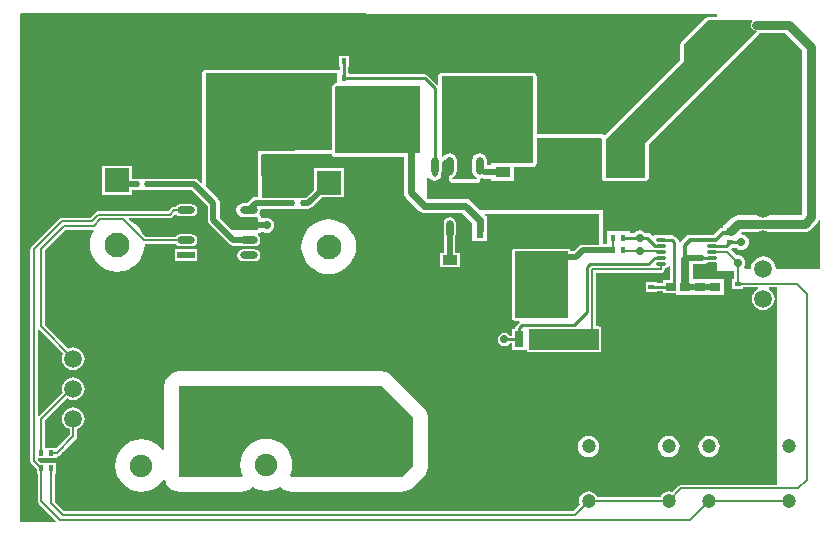
<source format=gbl>
G04*
G04 #@! TF.GenerationSoftware,Altium Limited,Altium Designer,19.0.12 (326)*
G04*
G04 Layer_Physical_Order=2*
G04 Layer_Color=16711680*
%FSLAX25Y25*%
%MOIN*%
G70*
G01*
G75*
%ADD11C,0.00787*%
%ADD12C,0.01000*%
%ADD30C,0.01968*%
%ADD31C,0.08268*%
%ADD32R,0.08268X0.08268*%
%ADD33C,0.04724*%
%ADD34C,0.07480*%
%ADD35C,0.05906*%
%ADD36R,0.05906X0.05906*%
%ADD37C,0.02362*%
%ADD38C,0.02756*%
%ADD39R,0.09000X0.05500*%
%ADD40R,0.03000X0.06500*%
%ADD41R,0.02362X0.05984*%
%ADD42O,0.02362X0.05984*%
%ADD43R,0.03740X0.01200*%
%ADD44O,0.03740X0.01200*%
%ADD45O,0.05984X0.02362*%
%ADD46R,0.05984X0.02362*%
%ADD47R,0.09449X0.10236*%
%ADD48R,0.10236X0.09449*%
%ADD49R,0.02800X0.05400*%
%ADD50R,0.05512X0.08268*%
%ADD51R,0.02165X0.01772*%
%ADD52R,0.03543X0.02756*%
%ADD53R,0.01772X0.02165*%
%ADD54R,0.05118X0.03347*%
%ADD55R,0.01575X0.01968*%
%ADD56C,0.03150*%
%ADD57C,0.01181*%
%ADD58C,0.02362*%
%ADD59C,0.02756*%
G36*
X229200Y169460D02*
Y168645D01*
X226181D01*
X225720Y168553D01*
X225330Y168292D01*
X225330Y168292D01*
X217298Y160261D01*
X217037Y159870D01*
X216945Y159409D01*
X216945Y159409D01*
Y154247D01*
X191856Y129158D01*
X191342Y129151D01*
X191239Y129220D01*
X191151Y129307D01*
X191046Y129350D01*
X190952Y129413D01*
X190830Y129437D01*
X190715Y129483D01*
X190602Y129482D01*
X190491Y129504D01*
X169004D01*
Y148800D01*
X168913Y149261D01*
X168651Y149652D01*
X168261Y149913D01*
X167800Y150004D01*
X137400D01*
X136939Y149913D01*
X136548Y149652D01*
X136287Y149261D01*
X136196Y148800D01*
Y146168D01*
X135696Y145961D01*
X132628Y149028D01*
X132202Y149313D01*
X131700Y149413D01*
X106345D01*
Y149970D01*
X106256D01*
Y151830D01*
X106616D01*
Y155570D01*
X103270D01*
Y151830D01*
X103631D01*
Y151133D01*
X103131Y150866D01*
X103061Y150913D01*
X102600Y151004D01*
X58700Y151004D01*
X58239Y150913D01*
X57848Y150652D01*
X57587Y150261D01*
X57496Y149800D01*
X57496Y113358D01*
X57034Y113166D01*
X56123Y114077D01*
X55537Y114469D01*
X54845Y114606D01*
X40945D01*
Y114670D01*
X37598D01*
Y114670D01*
X37402D01*
Y114670D01*
X34134D01*
Y118976D01*
X24291D01*
Y109134D01*
X34134D01*
Y110930D01*
X37402D01*
Y110930D01*
X37598D01*
Y110930D01*
X40945D01*
Y110994D01*
X54097D01*
X59487Y105604D01*
Y100706D01*
X59625Y100015D01*
X60016Y99429D01*
X66623Y92823D01*
X67209Y92431D01*
X67900Y92294D01*
X70449D01*
X70521Y92246D01*
X71289Y92093D01*
X74911D01*
X75679Y92246D01*
X76330Y92681D01*
X76765Y93332D01*
X76918Y94100D01*
X76765Y94868D01*
X76330Y95519D01*
X75899Y95807D01*
X75995Y96233D01*
X76042Y96313D01*
X76226Y96350D01*
X76441Y96387D01*
X76456Y96396D01*
X76473Y96399D01*
X76654Y96521D01*
X76839Y96637D01*
X76849Y96651D01*
X76863Y96660D01*
X76985Y96842D01*
X77020Y96892D01*
X77674D01*
X77709Y96865D01*
X78332Y96607D01*
X79000Y96519D01*
X79668Y96607D01*
X80291Y96865D01*
X80825Y97275D01*
X81235Y97809D01*
X81493Y98432D01*
X81581Y99100D01*
X81493Y99768D01*
X81235Y100391D01*
X80825Y100925D01*
X80291Y101335D01*
X79668Y101593D01*
X79000Y101681D01*
X78332Y101593D01*
X77824Y101383D01*
X77667Y101413D01*
X77356Y101564D01*
X77307Y101596D01*
X77303Y101618D01*
X77302Y101759D01*
X77264Y101848D01*
X77248Y101943D01*
X77173Y102062D01*
X77118Y102191D01*
X77049Y102259D01*
X76998Y102341D01*
X76883Y102422D01*
X76783Y102520D01*
X76691Y102581D01*
X76591Y103071D01*
X76765Y103332D01*
X76918Y104100D01*
X76897Y104207D01*
X77214Y104594D01*
X85855D01*
Y104530D01*
X89201D01*
Y104530D01*
X89398D01*
Y104530D01*
X92745D01*
Y104594D01*
X92900D01*
X93591Y104731D01*
X94177Y105123D01*
X97480Y108425D01*
X104646D01*
Y118268D01*
X94803D01*
Y110858D01*
X92216Y108270D01*
X89398D01*
Y108270D01*
X89201D01*
Y108270D01*
X85855D01*
Y108206D01*
X77670D01*
X77582Y108273D01*
X77309Y108706D01*
X77315Y108740D01*
X77359Y108969D01*
X77359Y108972D01*
X77359Y108975D01*
X77231Y122351D01*
X77581Y122707D01*
X100705Y122881D01*
X100744Y122855D01*
X100787Y122639D01*
X101049Y122248D01*
X101439Y121987D01*
X101900Y121896D01*
X124691Y121896D01*
Y110047D01*
X124875Y109125D01*
X125397Y108344D01*
X129840Y103901D01*
X130622Y103378D01*
X131543Y103195D01*
X144299D01*
X147591Y99902D01*
Y97440D01*
X147638Y97207D01*
Y93767D01*
X152362D01*
Y97207D01*
X152409Y97440D01*
Y100900D01*
X152362Y101133D01*
Y102113D01*
X152053D01*
X151779Y102509D01*
X151947Y102996D01*
X189896Y102996D01*
X189896Y92917D01*
X189899Y92902D01*
X189582Y92516D01*
X184309D01*
X183618Y92378D01*
X183032Y91987D01*
X181527Y90481D01*
X180303D01*
Y90500D01*
X180242Y90807D01*
X180068Y91068D01*
X179807Y91242D01*
X179500Y91303D01*
X161700D01*
X161393Y91242D01*
X161132Y91068D01*
X160958Y90807D01*
X160897Y90500D01*
Y85600D01*
Y80500D01*
Y68100D01*
X160958Y67793D01*
X161132Y67532D01*
X161393Y67358D01*
X161700Y67297D01*
X163174D01*
X163329Y66929D01*
X163341Y66797D01*
X162172Y65628D01*
X161887Y65202D01*
X161787Y64700D01*
Y64587D01*
X160913D01*
Y62336D01*
X159995D01*
X159829Y62585D01*
X159113Y63063D01*
X158268Y63231D01*
X157423Y63063D01*
X156707Y62585D01*
X156228Y61869D01*
X156060Y61024D01*
X156228Y60179D01*
X156707Y59462D01*
X157423Y58984D01*
X158268Y58816D01*
X159113Y58984D01*
X159829Y59462D01*
X159995Y59711D01*
X160913D01*
Y57613D01*
X165287D01*
Y57613D01*
X165711Y57429D01*
X165758Y57193D01*
X165932Y56932D01*
X166193Y56758D01*
X166500Y56697D01*
X189787Y56697D01*
X190095Y56758D01*
X190355Y56932D01*
X190529Y57193D01*
X190590Y57500D01*
X190590Y64587D01*
X190529Y64895D01*
X190355Y65155D01*
X190095Y65329D01*
X189787Y65390D01*
X188704D01*
Y83151D01*
X210469D01*
X210929Y83243D01*
X211320Y83504D01*
X211581Y83894D01*
X211673Y84355D01*
Y84858D01*
X211739D01*
X212280Y84965D01*
X212739Y85272D01*
X212987Y85644D01*
X213400Y85594D01*
X213487Y85561D01*
Y80731D01*
X211110D01*
Y79894D01*
X209139D01*
Y80254D01*
X205399D01*
Y76908D01*
X209139D01*
Y77268D01*
X211110D01*
Y76400D01*
X215547D01*
Y76006D01*
X218332D01*
X218500Y75984D01*
X218668Y76006D01*
X231553D01*
Y81124D01*
X221081D01*
Y86033D01*
X224304D01*
X225148Y86201D01*
X225636Y86527D01*
X225733D01*
X226246Y86425D01*
X228786D01*
X228814Y86430D01*
X229200Y86113D01*
Y84000D01*
X234796D01*
Y81345D01*
X234130D01*
Y77998D01*
X237870D01*
Y78467D01*
X242751D01*
X242851Y77967D01*
X242722Y77914D01*
X241941Y77315D01*
X241342Y76534D01*
X240965Y75624D01*
X240836Y74647D01*
X240965Y73671D01*
X241342Y72761D01*
X241941Y71980D01*
X242722Y71380D01*
X243632Y71003D01*
X244609Y70875D01*
X245585Y71003D01*
X246495Y71380D01*
X247276Y71980D01*
X247876Y72761D01*
X248253Y73671D01*
X248381Y74647D01*
X248253Y75624D01*
X247876Y76534D01*
X247276Y77315D01*
X246495Y77914D01*
X246367Y77967D01*
X246466Y78467D01*
X249071D01*
X249200Y68500D01*
Y12604D01*
X217241D01*
X216780Y12513D01*
X216389Y12252D01*
X216389Y12252D01*
X214292Y10155D01*
X213908Y10314D01*
X213086Y10422D01*
X212264Y10314D01*
X211497Y9996D01*
X210840Y9492D01*
X210335Y8834D01*
X210175Y8450D01*
X189224D01*
X189065Y8834D01*
X188560Y9492D01*
X187902Y9996D01*
X187136Y10314D01*
X186314Y10422D01*
X185492Y10314D01*
X184726Y9996D01*
X184068Y9492D01*
X183563Y8834D01*
X183246Y8067D01*
X183137Y7245D01*
X183246Y6423D01*
X183405Y6039D01*
X181145Y3779D01*
X11529D01*
X8404Y6904D01*
Y16269D01*
X8775D01*
Y19813D01*
X5625D01*
Y19813D01*
X5475D01*
Y19813D01*
X3831D01*
X2757Y20887D01*
X2892Y21387D01*
X5125D01*
X5475Y21387D01*
X5975Y21387D01*
X8775D01*
Y21605D01*
X9082Y21956D01*
X9543Y22047D01*
X9934Y22308D01*
X15460Y27835D01*
X15460Y27835D01*
X15721Y28225D01*
X15813Y28686D01*
X15813Y28686D01*
Y31098D01*
X16495Y31380D01*
X17276Y31980D01*
X17876Y32761D01*
X18252Y33671D01*
X18381Y34647D01*
X18252Y35624D01*
X17876Y36533D01*
X17276Y37315D01*
X16495Y37914D01*
X15585Y38291D01*
X14609Y38420D01*
X13632Y38291D01*
X12722Y37914D01*
X11941Y37315D01*
X11342Y36533D01*
X10965Y35624D01*
X10836Y34647D01*
X10965Y33671D01*
X11342Y32761D01*
X11941Y31980D01*
X12722Y31380D01*
X13404Y31098D01*
Y29185D01*
X9260Y25040D01*
X8775Y24931D01*
Y24931D01*
X8775Y24931D01*
X5458Y24931D01*
X5104Y25284D01*
Y34083D01*
X12541Y41520D01*
X12722Y41380D01*
X13632Y41003D01*
X14609Y40875D01*
X15585Y41003D01*
X16495Y41380D01*
X17276Y41980D01*
X17876Y42761D01*
X18252Y43671D01*
X18381Y44647D01*
X18252Y45624D01*
X17876Y46533D01*
X17276Y47315D01*
X16495Y47914D01*
X15585Y48291D01*
X14609Y48420D01*
X13632Y48291D01*
X12722Y47914D01*
X11941Y47315D01*
X11342Y46533D01*
X10965Y45624D01*
X10836Y44647D01*
X10965Y43671D01*
X11059Y43444D01*
X3161Y35546D01*
X2717Y35687D01*
X2661Y35730D01*
Y64185D01*
X3161Y64392D01*
X11247Y56306D01*
X10965Y55624D01*
X10836Y54647D01*
X10965Y53671D01*
X11342Y52761D01*
X11941Y51980D01*
X12722Y51380D01*
X13632Y51003D01*
X14609Y50875D01*
X15585Y51003D01*
X16495Y51380D01*
X17276Y51980D01*
X17876Y52761D01*
X18252Y53671D01*
X18381Y54647D01*
X18252Y55624D01*
X17876Y56533D01*
X17276Y57315D01*
X16495Y57914D01*
X15585Y58291D01*
X14609Y58420D01*
X13632Y58291D01*
X12950Y58009D01*
X5004Y65955D01*
Y90701D01*
X11899Y97596D01*
X21028D01*
X21331Y97102D01*
X20806Y96120D01*
X20289Y94413D01*
X20114Y92638D01*
X20289Y90863D01*
X20806Y89156D01*
X21647Y87583D01*
X22779Y86204D01*
X24158Y85072D01*
X25731Y84232D01*
X27437Y83714D01*
X29213Y83539D01*
X30988Y83714D01*
X32695Y84232D01*
X34268Y85072D01*
X35647Y86204D01*
X36778Y87583D01*
X37619Y89156D01*
X38137Y90863D01*
X38311Y92638D01*
X38545Y92896D01*
X48726D01*
X48870Y92681D01*
X49521Y92246D01*
X50289Y92093D01*
X53911D01*
X54679Y92246D01*
X55330Y92681D01*
X55765Y93332D01*
X55918Y94100D01*
X55765Y94868D01*
X55330Y95519D01*
X54679Y95954D01*
X53911Y96107D01*
X50289D01*
X49521Y95954D01*
X48870Y95519D01*
X48726Y95304D01*
X38640D01*
X37590Y96354D01*
X37503Y96484D01*
X37503Y96484D01*
X37334Y96654D01*
X36778Y97693D01*
X35647Y99072D01*
X34268Y100203D01*
X33229Y100759D01*
X33027Y100961D01*
X33218Y101423D01*
X46640D01*
X46640Y101423D01*
X47101Y101514D01*
X47491Y101775D01*
X48320Y102604D01*
X48870Y102681D01*
X49521Y102246D01*
X50289Y102093D01*
X53911D01*
X54679Y102246D01*
X55330Y102681D01*
X55765Y103332D01*
X55918Y104100D01*
X55765Y104868D01*
X55330Y105519D01*
X54679Y105954D01*
X53911Y106107D01*
X50289D01*
X49521Y105954D01*
X48870Y105519D01*
X48726Y105304D01*
X48113D01*
X47652Y105213D01*
X47262Y104952D01*
X47262Y104952D01*
X46141Y103831D01*
X22916D01*
X22915Y103831D01*
X22455Y103739D01*
X22064Y103478D01*
X22064Y103478D01*
X20165Y101579D01*
X10748D01*
X10287Y101487D01*
X9896Y101226D01*
X9896Y101226D01*
X605Y91935D01*
X344Y91545D01*
X252Y91084D01*
X252Y91084D01*
Y20484D01*
X252Y20484D01*
X344Y20023D01*
X605Y19633D01*
X2325Y17913D01*
Y16269D01*
X2696D01*
Y7200D01*
X2696Y7200D01*
X2787Y6739D01*
X3049Y6348D01*
X8797Y600D01*
X8590Y100D01*
X-3189D01*
X-3189Y169653D01*
X-2835Y170006D01*
X229200Y169460D01*
D02*
G37*
G36*
X130200Y145400D02*
X130200Y123100D01*
X101900Y123100D01*
X101900Y145046D01*
X102253Y145400D01*
X130200Y145400D01*
D02*
G37*
G36*
X167800Y119708D02*
X161460D01*
Y119708D01*
X161440D01*
Y119708D01*
X153960D01*
Y119061D01*
X152409D01*
Y120751D01*
X152225Y121673D01*
X151703Y122454D01*
X150922Y122976D01*
X150000Y123160D01*
X149078Y122976D01*
X148297Y122454D01*
X147775Y121673D01*
X147591Y120751D01*
Y117129D01*
X147775Y116207D01*
X148297Y115426D01*
X149078Y114904D01*
X149098Y114900D01*
X149049Y114400D01*
X140951D01*
X140902Y114900D01*
X140922Y114904D01*
X141703Y115426D01*
X142225Y116207D01*
X142409Y117129D01*
Y120751D01*
X142225Y121673D01*
X141703Y122454D01*
X140922Y122976D01*
X140000Y123160D01*
X139078Y122976D01*
X138297Y122454D01*
X137900Y121860D01*
X137400Y122012D01*
Y148800D01*
X167800D01*
Y119708D01*
D02*
G37*
G36*
X240728Y167441D02*
X240873Y167064D01*
X240898Y166941D01*
X240564Y166441D01*
X240442Y165827D01*
X240564Y165212D01*
X240912Y164691D01*
X241433Y164343D01*
X242047Y164221D01*
X242150D01*
X242342Y163759D01*
X205157Y126575D01*
X205157Y114995D01*
X191995D01*
Y127593D01*
X218150Y153748D01*
Y159409D01*
X226181Y167441D01*
X240728Y167441D01*
D02*
G37*
G36*
X257614Y157392D02*
Y102844D01*
X257156Y102386D01*
X236132D01*
X235412Y102291D01*
X234742Y102014D01*
X234166Y101572D01*
X232286Y99691D01*
X232010Y99577D01*
X231438Y99139D01*
X231136D01*
Y98747D01*
X230993Y98560D01*
X230894Y98321D01*
X230528Y98248D01*
X229942Y97857D01*
X228038Y95953D01*
X220249D01*
X219557Y95815D01*
X218971Y95424D01*
X217148Y93600D01*
X217002Y93382D01*
X216920Y93377D01*
X216484Y93506D01*
X216384Y94009D01*
X216012Y94565D01*
X215300Y95277D01*
X214744Y95649D01*
X214088Y95779D01*
X212501D01*
X212434Y95824D01*
X211739Y95962D01*
X209199D01*
X208504Y95824D01*
X207914Y95430D01*
X207676Y95407D01*
X207062Y96021D01*
X206506Y96393D01*
X205850Y96523D01*
X205257D01*
X205172Y96634D01*
X204637Y97045D01*
X204014Y97303D01*
X203346Y97390D01*
X202678Y97303D01*
X202056Y97045D01*
X201521Y96634D01*
X201436Y96523D01*
X200023D01*
Y97158D01*
X192346D01*
Y92949D01*
X192277D01*
Y92917D01*
X191100D01*
X191100Y104200D01*
X150106Y104200D01*
X147000Y107307D01*
X146218Y107829D01*
X145296Y108012D01*
X132541D01*
X132500Y108053D01*
X132500Y114814D01*
X132599Y114896D01*
X133267Y114797D01*
X133439Y114539D01*
X134155Y114060D01*
X135000Y113892D01*
X135845Y114060D01*
X136561Y114539D01*
X137040Y115255D01*
X137208Y116100D01*
Y116181D01*
X137225Y116207D01*
X137408Y117129D01*
Y120250D01*
X137455Y120327D01*
X137796Y120638D01*
X137908Y120673D01*
X138018Y120662D01*
X138075Y120679D01*
X138135D01*
X138298Y120747D01*
X138468Y120798D01*
X138514Y120836D01*
X138569Y120859D01*
X138694Y120984D01*
X138831Y121096D01*
X138859Y121149D01*
X138901Y121191D01*
X139165Y121586D01*
X139548Y121842D01*
X140000Y121932D01*
X140452Y121842D01*
X140835Y121586D01*
X141091Y121203D01*
X141204Y120633D01*
Y117248D01*
X141091Y116677D01*
X140835Y116294D01*
X140341Y115964D01*
X140334Y115962D01*
X140318Y115949D01*
X140270Y115917D01*
X140233Y115901D01*
X140108Y115776D01*
X139971Y115664D01*
X139943Y115611D01*
X139900Y115569D01*
X139833Y115405D01*
X139749Y115250D01*
X139743Y115190D01*
X139720Y115135D01*
X139720Y114958D01*
X139703Y114782D01*
X139752Y114282D01*
X139804Y114113D01*
X139838Y113939D01*
X139872Y113890D01*
X139889Y113832D01*
X140001Y113696D01*
X140099Y113549D01*
X140149Y113515D01*
X140187Y113469D01*
X140343Y113386D01*
X140490Y113287D01*
X140549Y113276D01*
X140601Y113248D01*
X140777Y113230D01*
X140951Y113196D01*
X149049D01*
X149223Y113230D01*
X149399Y113248D01*
X149451Y113276D01*
X149510Y113287D01*
X149657Y113386D01*
X149813Y113469D01*
X149851Y113515D01*
X149901Y113549D01*
X149999Y113696D01*
X150111Y113832D01*
X150128Y113890D01*
X150162Y113939D01*
X150196Y114113D01*
X150248Y114282D01*
X150258Y114391D01*
X150282Y114433D01*
X150786Y114757D01*
X151347Y114646D01*
X153960D01*
Y113999D01*
X161440D01*
Y118029D01*
X161460Y118504D01*
X167800D01*
X168261Y118595D01*
X168651Y118856D01*
X168913Y119247D01*
X169004Y119708D01*
Y128300D01*
X190491D01*
X190831Y127800D01*
X190790Y127593D01*
X190790Y127593D01*
Y114995D01*
X190882Y114534D01*
X191143Y114143D01*
X191534Y113882D01*
X191995Y113790D01*
X205157D01*
X205618Y113882D01*
X206009Y114143D01*
X206270Y114534D01*
X206362Y114995D01*
X206362Y126076D01*
X243193Y162908D01*
X243286Y163047D01*
X251959D01*
X257614Y157392D01*
D02*
G37*
G36*
X102600Y149800D02*
X102600Y146951D01*
X102254Y146605D01*
X102253Y146604D01*
X101793Y146513D01*
X101402Y146252D01*
X101048Y145898D01*
X100787Y145507D01*
X100696Y145046D01*
X100696Y145046D01*
X100696Y124086D01*
X76012Y123900D01*
X76155Y108963D01*
X75803Y108608D01*
X75400D01*
X74555Y108440D01*
X73839Y107961D01*
X72386Y106509D01*
X71289D01*
X70367Y106325D01*
X69586Y105803D01*
X69064Y105022D01*
X68880Y104100D01*
X69064Y103178D01*
X69586Y102397D01*
X70367Y101875D01*
X71289Y101691D01*
X74911D01*
X75631Y101835D01*
X76123Y101513D01*
X76012Y97512D01*
X67611D01*
X63501Y101621D01*
Y106352D01*
X63333Y107197D01*
X62855Y107913D01*
X58700Y112068D01*
X58700Y149800D01*
X102600Y149800D01*
D02*
G37*
G36*
X263583Y100971D02*
Y84600D01*
X248820D01*
X248778Y84647D01*
X248636Y85726D01*
X248220Y86732D01*
X247557Y87595D01*
X246693Y88258D01*
X245688Y88675D01*
X244609Y88817D01*
X243530Y88675D01*
X242524Y88258D01*
X241660Y87595D01*
X240998Y86732D01*
X240581Y85726D01*
X240439Y84647D01*
X240398Y84600D01*
X238374D01*
X238127Y85100D01*
X238235Y85241D01*
X238493Y85864D01*
X238581Y86532D01*
X238493Y87200D01*
X238235Y87822D01*
X237825Y88357D01*
X237291Y88767D01*
X236668Y89025D01*
X236000Y89113D01*
X235726Y89077D01*
X233841Y90961D01*
X234048Y91461D01*
X235653D01*
X235909Y91265D01*
X236532Y91007D01*
X237200Y90919D01*
X237868Y91007D01*
X238491Y91265D01*
X239025Y91675D01*
X239435Y92209D01*
X239693Y92832D01*
X239781Y93500D01*
X239693Y94168D01*
X239435Y94791D01*
X239025Y95325D01*
X238491Y95735D01*
X237868Y95993D01*
X237384Y96057D01*
X237172Y96536D01*
X237403Y96827D01*
X258307D01*
X259027Y96921D01*
X259697Y97199D01*
X260273Y97641D01*
X262359Y99727D01*
X262801Y100303D01*
X263079Y100973D01*
X263083Y101004D01*
X263583Y100971D01*
D02*
G37*
G36*
X179500Y80500D02*
Y68100D01*
X161700D01*
Y80500D01*
Y90500D01*
X179500D01*
Y80500D01*
D02*
G37*
G36*
X189787Y57500D02*
X166500Y57500D01*
Y64587D01*
X181400D01*
X181400Y64587D01*
X189787D01*
X189787Y57500D01*
D02*
G37*
%LPC*%
G36*
X55879Y91069D02*
X48320D01*
Y87132D01*
X55879D01*
Y91069D01*
D02*
G37*
G36*
X74911Y91107D02*
X71289D01*
X70521Y90954D01*
X69870Y90519D01*
X69435Y89868D01*
X69282Y89100D01*
X69435Y88332D01*
X69870Y87681D01*
X70521Y87246D01*
X71289Y87093D01*
X74911D01*
X75679Y87246D01*
X76330Y87681D01*
X76765Y88332D01*
X76918Y89100D01*
X76765Y89868D01*
X76330Y90519D01*
X75679Y90954D01*
X74911Y91107D01*
D02*
G37*
G36*
X140000Y101758D02*
X139232Y101605D01*
X138581Y101170D01*
X138146Y100519D01*
X137993Y99751D01*
Y96129D01*
X138146Y95361D01*
X138187Y95299D01*
Y89961D01*
X136647D01*
Y85039D01*
X143340D01*
Y89961D01*
X141800D01*
Y95280D01*
X141854Y95361D01*
X142007Y96129D01*
Y99751D01*
X141854Y100519D01*
X141419Y101170D01*
X140768Y101605D01*
X140000Y101758D01*
D02*
G37*
G36*
X99724Y101028D02*
X97949Y100853D01*
X96242Y100336D01*
X94669Y99495D01*
X93291Y98363D01*
X92159Y96984D01*
X91318Y95411D01*
X90800Y93704D01*
X90626Y91929D01*
X90800Y90154D01*
X91318Y88447D01*
X92159Y86874D01*
X93291Y85495D01*
X94669Y84364D01*
X96242Y83523D01*
X97949Y83005D01*
X99724Y82830D01*
X101499Y83005D01*
X103206Y83523D01*
X104780Y84364D01*
X106158Y85495D01*
X107290Y86874D01*
X108131Y88447D01*
X108649Y90154D01*
X108823Y91929D01*
X108649Y93704D01*
X108131Y95411D01*
X107290Y96984D01*
X106158Y98363D01*
X104780Y99495D01*
X103206Y100336D01*
X101499Y100853D01*
X99724Y101028D01*
D02*
G37*
G36*
X117300Y50464D02*
X49900Y50464D01*
X48615Y50295D01*
X47418Y49799D01*
X46390Y49010D01*
X45601Y47982D01*
X45105Y46785D01*
X44936Y45500D01*
X44936Y24109D01*
X44436Y23958D01*
X43454Y25154D01*
X42135Y26237D01*
X40631Y27041D01*
X38998Y27536D01*
X37300Y27703D01*
X35602Y27536D01*
X33969Y27041D01*
X32465Y26237D01*
X31146Y25154D01*
X30064Y23835D01*
X29259Y22331D01*
X28764Y20698D01*
X28597Y19000D01*
X28764Y17302D01*
X29259Y15669D01*
X30064Y14165D01*
X31146Y12846D01*
X32465Y11763D01*
X33969Y10959D01*
X35602Y10464D01*
X37300Y10297D01*
X38998Y10464D01*
X40631Y10959D01*
X42135Y11763D01*
X43454Y12846D01*
X44537Y14165D01*
X44573Y14232D01*
X45089Y14138D01*
X45105Y14017D01*
X45105Y14017D01*
X45105Y14017D01*
X45354Y13417D01*
X45601Y12820D01*
X45601Y12820D01*
X45601Y12820D01*
X45970Y12338D01*
X46390Y11792D01*
X46390Y11792D01*
X46390Y11792D01*
X46936Y11373D01*
X47418Y11003D01*
X47418Y11003D01*
X47418Y11003D01*
X48015Y10756D01*
X48615Y10507D01*
X48615Y10507D01*
X48615Y10507D01*
X49234Y10425D01*
X49900Y10338D01*
X56888Y10337D01*
X57300Y10297D01*
X57712Y10337D01*
X70730Y10336D01*
X71333Y10416D01*
X71937Y10485D01*
X71974Y10500D01*
X72015Y10505D01*
X72576Y10738D01*
X73142Y10961D01*
X73175Y10986D01*
X73212Y11001D01*
X73694Y11371D01*
X74182Y11733D01*
X74208Y11765D01*
X74240Y11790D01*
X74338Y11917D01*
X75569Y11259D01*
X77202Y10764D01*
X78900Y10597D01*
X80598Y10764D01*
X82231Y11259D01*
X83461Y11917D01*
X83559Y11789D01*
X83591Y11764D01*
X83617Y11732D01*
X84105Y11370D01*
X84587Y11000D01*
X84624Y10985D01*
X84657Y10960D01*
X85222Y10737D01*
X85784Y10504D01*
X85824Y10499D01*
X85862Y10484D01*
X86466Y10414D01*
X87068Y10335D01*
X124128Y10333D01*
X124660Y10402D01*
X125194Y10448D01*
X125301Y10487D01*
X125413Y10502D01*
X125909Y10707D01*
X126413Y10889D01*
X126506Y10954D01*
X126611Y10997D01*
X127036Y11324D01*
X127476Y11631D01*
X131047Y14891D01*
X131120Y14978D01*
X131210Y15047D01*
X131536Y15472D01*
X131881Y15882D01*
X131930Y15985D01*
X131999Y16075D01*
X132204Y16570D01*
X132431Y17055D01*
X132451Y17167D01*
X132495Y17272D01*
X132565Y17803D01*
X132659Y18331D01*
X132649Y18444D01*
X132664Y18557D01*
Y35100D01*
X132664Y35100D01*
X132495Y36385D01*
X131999Y37582D01*
X131210Y38610D01*
X131210Y38610D01*
X120810Y49010D01*
X120810Y49010D01*
X119782Y49799D01*
X118585Y50295D01*
X117300Y50464D01*
D02*
G37*
G36*
X213086Y28929D02*
X212161Y28808D01*
X211299Y28451D01*
X210559Y27883D01*
X209991Y27142D01*
X209634Y26281D01*
X209512Y25355D01*
X209634Y24430D01*
X209991Y23569D01*
X210559Y22828D01*
X211299Y22260D01*
X212161Y21903D01*
X213086Y21782D01*
X214011Y21903D01*
X214873Y22260D01*
X215613Y22828D01*
X216181Y23569D01*
X216538Y24430D01*
X216660Y25355D01*
X216538Y26281D01*
X216181Y27142D01*
X215613Y27883D01*
X214873Y28451D01*
X214011Y28808D01*
X213086Y28929D01*
D02*
G37*
G36*
X186314D02*
X185389Y28808D01*
X184527Y28451D01*
X183787Y27883D01*
X183219Y27142D01*
X182862Y26281D01*
X182740Y25355D01*
X182862Y24430D01*
X183219Y23569D01*
X183787Y22828D01*
X184527Y22260D01*
X185389Y21903D01*
X186314Y21782D01*
X187239Y21903D01*
X188101Y22260D01*
X188841Y22828D01*
X189409Y23569D01*
X189766Y24430D01*
X189888Y25355D01*
X189766Y26281D01*
X189409Y27142D01*
X188841Y27883D01*
X188101Y28451D01*
X187239Y28808D01*
X186314Y28929D01*
D02*
G37*
G36*
X226514Y28929D02*
X225589Y28807D01*
X224727Y28450D01*
X223987Y27882D01*
X223419Y27142D01*
X223062Y26280D01*
X222940Y25355D01*
X223062Y24430D01*
X223419Y23568D01*
X223987Y22828D01*
X224727Y22260D01*
X225589Y21903D01*
X226514Y21781D01*
X227439Y21903D01*
X228301Y22260D01*
X229041Y22828D01*
X229609Y23568D01*
X229966Y24430D01*
X230088Y25355D01*
X229966Y26280D01*
X229609Y27142D01*
X229041Y27882D01*
X228301Y28450D01*
X227439Y28807D01*
X226514Y28929D01*
D02*
G37*
%LPD*%
G36*
X127700Y35100D02*
Y18557D01*
X124129Y15296D01*
X87069Y15299D01*
X86812Y15728D01*
X86941Y15969D01*
X87436Y17602D01*
X87603Y19300D01*
X87436Y20998D01*
X86941Y22631D01*
X86137Y24135D01*
X85054Y25454D01*
X83735Y26537D01*
X82231Y27341D01*
X80598Y27836D01*
X78900Y28003D01*
X77202Y27836D01*
X75569Y27341D01*
X74065Y26537D01*
X72746Y25454D01*
X71663Y24135D01*
X70859Y22631D01*
X70364Y20998D01*
X70197Y19300D01*
X70364Y17602D01*
X70859Y15969D01*
X70988Y15729D01*
X70731Y15300D01*
X49900Y15302D01*
X49900Y45500D01*
X117300Y45500D01*
X127700Y35100D01*
D02*
G37*
D11*
X232908Y96579D02*
X233400Y97072D01*
X233597D01*
X218425Y87575D02*
X218500Y87500D01*
X197887Y90397D02*
X210281D01*
X210469Y90209D01*
X197887Y90397D02*
Y90685D01*
X194073Y90709D02*
X194413Y91049D01*
Y94894D01*
X187500Y84355D02*
X210469D01*
X187500Y61100D02*
Y84355D01*
X210469D02*
Y86272D01*
X232322Y90209D02*
X236000Y86532D01*
Y79672D02*
Y86532D01*
X1457Y20484D02*
X3900Y18041D01*
X1457Y20484D02*
Y91084D01*
X10748Y100375D01*
X3900Y34582D02*
X13965Y44647D01*
X3900Y23159D02*
Y34582D01*
X11031Y2575D02*
X181644D01*
X7200Y6405D02*
X11031Y2575D01*
X7200Y6405D02*
Y18041D01*
X3900Y7200D02*
X10100Y1000D01*
X3900Y7200D02*
Y18041D01*
X181644Y2575D02*
X186314Y7245D01*
X220269Y1000D02*
X226514Y7245D01*
X10100Y1000D02*
X220269D01*
X255728Y79672D02*
X259100Y76300D01*
Y14300D02*
Y76300D01*
X256200Y11400D02*
X259100Y14300D01*
X14609Y28686D02*
Y34647D01*
X9082Y23160D02*
X14609Y28686D01*
X13965Y44647D02*
X14609D01*
X3800Y91200D02*
X11400Y98800D01*
X3800Y65456D02*
Y91200D01*
Y65456D02*
X14609Y54647D01*
X217241Y11400D02*
X256200D01*
X213086Y7245D02*
X217241Y11400D01*
X186314Y7245D02*
X213086D01*
X236000Y79672D02*
X255728D01*
X227516Y90209D02*
X232322D01*
X226514Y7245D02*
X253286D01*
X48113Y104100D02*
X52100D01*
X46640Y102627D02*
X48113Y104100D01*
X22915Y102627D02*
X46640D01*
X23568Y101052D02*
X31232D01*
X36652Y95589D02*
X38141Y94100D01*
X36652Y95589D02*
Y95632D01*
X31232Y101052D02*
X36652Y95632D01*
X38141Y94100D02*
X52100D01*
X20663Y100375D02*
X22915Y102627D01*
X10748Y100375D02*
X20663D01*
X21316Y98800D02*
X23568Y101052D01*
X11400Y98800D02*
X21316D01*
X7159Y23160D02*
X9082D01*
D12*
X227516Y92178D02*
X232049D01*
X197956Y94809D02*
X205850D01*
X206144Y86036D02*
X208338Y88230D01*
X186804Y86036D02*
X206144D01*
X205850Y94809D02*
X208481Y92178D01*
X210469D01*
X208338Y88230D02*
X210458D01*
X185819Y85051D02*
X186804Y86036D01*
X185819Y70319D02*
Y85051D01*
X210458Y88230D02*
X210469Y88241D01*
X158268Y61024D02*
X163024D01*
X163100Y61100D01*
X135000Y118200D02*
Y144800D01*
X131700Y148100D02*
X135000Y144800D01*
X104672Y148100D02*
X131700D01*
X104672D02*
X104943Y148372D01*
Y153700D01*
X181400Y65900D02*
X185819Y70319D01*
X164300Y65900D02*
X181400D01*
X163100Y64700D02*
X164300Y65900D01*
X163100Y61100D02*
Y64700D01*
X237172Y93528D02*
X237200Y93500D01*
X233400Y93528D02*
X237172D01*
X224304Y88241D02*
X227516D01*
X214088Y94065D02*
X214800Y93353D01*
Y79697D02*
Y93353D01*
X213669Y78565D02*
X214800Y79697D01*
X14609Y94647D02*
X16847D01*
X232049Y92178D02*
X233400Y93528D01*
X150000Y118200D02*
X151347Y116853D01*
X240772Y68694D02*
X243218D01*
X210550Y94065D02*
X214088D01*
X213653Y78581D02*
X213669Y78565D01*
X207269Y78581D02*
X213653D01*
X210469Y94146D02*
X210550Y94065D01*
D30*
X218500Y87500D02*
X219241Y88241D01*
X184309Y90709D02*
X194073D01*
X73100Y99100D02*
X79000D01*
X182275Y88675D02*
X184309Y90709D01*
X175600Y88675D02*
X182275D01*
X219241Y88241D02*
X224304D01*
X223500Y78565D02*
X228600D01*
X218500D02*
X223500D01*
X151347Y116853D02*
X157700D01*
X135000Y116100D02*
Y118200D01*
X139994Y87500D02*
Y98594D01*
X92900Y106400D02*
X98400Y111900D01*
X91072Y106400D02*
X92900D01*
X73100Y104100D02*
X75400Y106400D01*
X87528D01*
X27900Y112800D02*
X35728D01*
X27400Y114009D02*
X27900Y113509D01*
X61294Y100706D02*
Y106352D01*
X54845Y112800D02*
X61294Y106352D01*
X39272Y112800D02*
X54845D01*
X61294Y100706D02*
X67900Y94100D01*
X73100D01*
D31*
X29213Y71220D02*
D03*
Y92638D02*
D03*
X99724Y70512D02*
D03*
Y91929D02*
D03*
D32*
X29213Y114055D02*
D03*
X99724Y113347D02*
D03*
D33*
X213086Y7245D02*
D03*
Y25355D02*
D03*
X186314D02*
D03*
Y7245D02*
D03*
X253286Y7245D02*
D03*
Y25355D02*
D03*
X226514D02*
D03*
Y7245D02*
D03*
D34*
X142700Y19300D02*
D03*
X122700D02*
D03*
X57300Y19000D02*
D03*
X37300D02*
D03*
X98900Y19300D02*
D03*
X78900D02*
D03*
D35*
X244609Y34647D02*
D03*
Y44647D02*
D03*
Y54647D02*
D03*
Y64647D02*
D03*
Y74647D02*
D03*
Y84647D02*
D03*
Y94647D02*
D03*
Y104647D02*
D03*
Y114647D02*
D03*
Y124647D02*
D03*
Y134647D02*
D03*
X14609Y34647D02*
D03*
Y44647D02*
D03*
Y54647D02*
D03*
Y64647D02*
D03*
Y74647D02*
D03*
Y84647D02*
D03*
Y94647D02*
D03*
Y104647D02*
D03*
Y114647D02*
D03*
Y124647D02*
D03*
Y134647D02*
D03*
D36*
X244609Y144647D02*
D03*
X14609D02*
D03*
D37*
X194987Y81411D02*
D03*
X204829Y61726D02*
D03*
X185144Y140466D02*
D03*
Y101096D02*
D03*
X155617Y81411D02*
D03*
Y42041D02*
D03*
X145774Y61726D02*
D03*
X135932Y42041D02*
D03*
X126089Y101096D02*
D03*
X116246Y81411D02*
D03*
X96561Y120781D02*
D03*
X47349Y140466D02*
D03*
X37506Y120781D02*
D03*
X27664Y140466D02*
D03*
X17821Y120781D02*
D03*
X7979Y140466D02*
D03*
X-1864Y120781D02*
D03*
X7979Y101096D02*
D03*
X-1864Y81411D02*
D03*
Y42041D02*
D03*
Y2671D02*
D03*
X149711Y164088D02*
D03*
X-1863Y152278D02*
D03*
X100499Y120781D02*
D03*
X6011Y136529D02*
D03*
X7979Y140466D02*
D03*
X126089Y69600D02*
D03*
X185144Y132592D02*
D03*
X35538Y164088D02*
D03*
X11916Y14482D02*
D03*
X41444Y160152D02*
D03*
X63097Y6608D02*
D03*
Y93222D02*
D03*
X74908Y6608D02*
D03*
X86719D02*
D03*
X149711Y85348D02*
D03*
X139869Y42041D02*
D03*
X15853Y164088D02*
D03*
X155617Y160152D02*
D03*
X173334Y132592D02*
D03*
X226483Y57789D02*
D03*
X141837Y69600D02*
D03*
X131995Y97159D02*
D03*
X200893Y69600D02*
D03*
X234357Y18419D02*
D03*
X49318Y152278D02*
D03*
X159554Y81411D02*
D03*
X133963Y156214D02*
D03*
X137900Y61726D02*
D03*
X139869Y73537D02*
D03*
X147743Y34167D02*
D03*
X21759Y160152D02*
D03*
X167428Y42041D02*
D03*
X137900Y38104D02*
D03*
X171365Y144404D02*
D03*
X185144Y156214D02*
D03*
X194987Y73537D02*
D03*
X112310Y89285D02*
D03*
X135932Y42041D02*
D03*
X139869Y57789D02*
D03*
X177270Y132592D02*
D03*
X139869Y49915D02*
D03*
X6011Y42041D02*
D03*
X112310Y112907D02*
D03*
X15853Y6608D02*
D03*
X86719Y164088D02*
D03*
X13885Y89285D02*
D03*
X151680D02*
D03*
X-1863Y112907D02*
D03*
X21759Y105033D02*
D03*
X210735Y18419D02*
D03*
X9948Y81411D02*
D03*
X59160Y164088D02*
D03*
X9948Y10545D02*
D03*
X53255Y136529D02*
D03*
X94593Y164088D02*
D03*
X159554Y34167D02*
D03*
X191050Y136529D02*
D03*
X171365D02*
D03*
X105Y14482D02*
D03*
Y156214D02*
D03*
Y132592D02*
D03*
X133963Y30230D02*
D03*
X15853Y22356D02*
D03*
X208767Y148340D02*
D03*
X67034Y156214D02*
D03*
X70971Y6608D02*
D03*
X23727Y140466D02*
D03*
X7979Y101096D02*
D03*
X181208Y132592D02*
D03*
X6011Y128655D02*
D03*
X169396Y45978D02*
D03*
X61129Y160152D02*
D03*
X196956Y14482D02*
D03*
X55223Y6608D02*
D03*
X206798Y65663D02*
D03*
X2074Y105033D02*
D03*
X59160Y6608D02*
D03*
X118215Y69600D02*
D03*
X110341Y116844D02*
D03*
X137900Y22356D02*
D03*
X7979Y164088D02*
D03*
X17822Y128655D02*
D03*
X27664Y77474D02*
D03*
X100499Y105033D02*
D03*
X175302Y160152D02*
D03*
X63097Y164088D02*
D03*
X96562Y152278D02*
D03*
X21759Y120781D02*
D03*
X153648Y53852D02*
D03*
X173334Y156214D02*
D03*
X25696Y128655D02*
D03*
X114278Y69600D02*
D03*
X204830Y156214D02*
D03*
X191050Y160152D02*
D03*
X145774Y38104D02*
D03*
X23727Y6608D02*
D03*
X145774Y45978D02*
D03*
X25696Y152278D02*
D03*
X200893Y77474D02*
D03*
X206798Y57789D02*
D03*
X185144Y164088D02*
D03*
X208767Y61726D02*
D03*
X92625Y152278D02*
D03*
X204830Y148340D02*
D03*
X194987Y160152D02*
D03*
X147743Y152278D02*
D03*
X131995Y73537D02*
D03*
X39475Y164088D02*
D03*
X157585Y77474D02*
D03*
X-1863Y2671D02*
D03*
X161522Y38104D02*
D03*
X139869Y26293D02*
D03*
X155617Y34167D02*
D03*
X200893Y14482D02*
D03*
X108373Y73537D02*
D03*
X17822Y152278D02*
D03*
X88688D02*
D03*
X143806Y65663D02*
D03*
X76877Y160152D02*
D03*
X179239D02*
D03*
X193018Y132592D02*
D03*
X214672Y57789D02*
D03*
X171365Y160152D02*
D03*
X2074Y120781D02*
D03*
X143806Y42041D02*
D03*
X149711Y53852D02*
D03*
X51286Y6608D02*
D03*
X175302Y49915D02*
D03*
X4042Y45978D02*
D03*
X31601Y148340D02*
D03*
X92625Y120781D02*
D03*
X244200Y69600D02*
D03*
X2074Y152278D02*
D03*
X165460Y45978D02*
D03*
X240263Y38104D02*
D03*
X39475Y116844D02*
D03*
X151680Y160152D02*
D03*
X112310Y81411D02*
D03*
X9948Y65663D02*
D03*
X222546Y18419D02*
D03*
X19790Y164088D02*
D03*
X106404D02*
D03*
X191050Y81411D02*
D03*
X179239Y136529D02*
D03*
X19790Y140466D02*
D03*
X212704Y164088D02*
D03*
X31601D02*
D03*
Y140466D02*
D03*
X33570Y120781D02*
D03*
X137900Y45978D02*
D03*
X169396Y164088D02*
D03*
X183176Y10545D02*
D03*
X194987Y57789D02*
D03*
X135932Y26293D02*
D03*
X53255Y144404D02*
D03*
X165460Y164088D02*
D03*
X27664Y132592D02*
D03*
X196956Y156214D02*
D03*
X4042Y140466D02*
D03*
X159554Y160152D02*
D03*
X47349Y108970D02*
D03*
X61129Y81411D02*
D03*
X105Y108970D02*
D03*
X55223Y156214D02*
D03*
X122152Y101096D02*
D03*
X45381Y152278D02*
D03*
X173334Y53852D02*
D03*
X33570Y152278D02*
D03*
X47349Y140466D02*
D03*
X105Y148340D02*
D03*
X39475Y132592D02*
D03*
X2074Y112907D02*
D03*
X104436Y160152D02*
D03*
X35538Y6608D02*
D03*
X153648Y85348D02*
D03*
X189082Y132592D02*
D03*
X194987Y65663D02*
D03*
X222546Y57789D02*
D03*
X21759Y136529D02*
D03*
X226483Y18419D02*
D03*
X19790Y108970D02*
D03*
X-1863Y49915D02*
D03*
X63097Y77474D02*
D03*
X141837Y61726D02*
D03*
X147743Y42041D02*
D03*
X149711Y69600D02*
D03*
X41444Y152278D02*
D03*
X183176Y136529D02*
D03*
X106404Y77474D02*
D03*
X27664Y164088D02*
D03*
X210735Y57789D02*
D03*
Y160152D02*
D03*
X198924Y81411D02*
D03*
X143806Y152278D02*
D03*
X161522Y164088D02*
D03*
X7979Y148340D02*
D03*
X102467Y6608D02*
D03*
X67034D02*
D03*
X35538Y148340D02*
D03*
X130026Y77474D02*
D03*
X47349Y124718D02*
D03*
X193018Y77474D02*
D03*
X37507Y160152D02*
D03*
X102467Y164088D02*
D03*
X80814Y120781D02*
D03*
X151680Y81411D02*
D03*
X-1863Y34167D02*
D03*
X4042Y164088D02*
D03*
X187113Y136529D02*
D03*
X112310Y73537D02*
D03*
X55223Y148340D02*
D03*
X43412Y124718D02*
D03*
X63097Y85348D02*
D03*
X212704Y14482D02*
D03*
Y156214D02*
D03*
X96562Y120781D02*
D03*
X139869Y152278D02*
D03*
X37507Y128655D02*
D03*
X118215Y101096D02*
D03*
X15853Y69600D02*
D03*
X141837Y45978D02*
D03*
X143806Y57789D02*
D03*
X74908Y164088D02*
D03*
X37507Y152278D02*
D03*
X57192Y97159D02*
D03*
X41444Y120781D02*
D03*
X7979Y85348D02*
D03*
X177270Y164088D02*
D03*
X7979Y124718D02*
D03*
X4042Y148340D02*
D03*
X153648Y30230D02*
D03*
X177270Y156214D02*
D03*
X163491Y49915D02*
D03*
X39475Y124718D02*
D03*
X126089Y164088D02*
D03*
X29633Y120781D02*
D03*
X145774Y164088D02*
D03*
X9948Y89285D02*
D03*
X128058Y81411D02*
D03*
X131995D02*
D03*
X153648Y38104D02*
D03*
X206798Y10545D02*
D03*
X17822Y26293D02*
D03*
X51286Y140466D02*
D03*
X94593Y6608D02*
D03*
X143806Y34167D02*
D03*
X90656Y116844D02*
D03*
X88688Y160152D02*
D03*
X167428D02*
D03*
X232389Y14482D02*
D03*
X35538Y132592D02*
D03*
X169396Y156214D02*
D03*
X27664D02*
D03*
X116247Y73537D02*
D03*
X130026Y93222D02*
D03*
X167428Y49915D02*
D03*
X202861Y10545D02*
D03*
X43412Y132592D02*
D03*
X155617Y42041D02*
D03*
X6011Y160152D02*
D03*
X196956Y77474D02*
D03*
X9948Y152278D02*
D03*
X31601Y6608D02*
D03*
X131995Y160152D02*
D03*
X194987Y18419D02*
D03*
X124121Y73537D02*
D03*
X157585Y38104D02*
D03*
X33570Y128655D02*
D03*
X82782Y116844D02*
D03*
X126089Y77474D02*
D03*
X155617Y89285D02*
D03*
X193018Y156214D02*
D03*
X116247Y81411D02*
D03*
X17822Y49915D02*
D03*
X183176Y160152D02*
D03*
X187113Y152278D02*
D03*
X151680Y65663D02*
D03*
X124121Y81411D02*
D03*
X51286Y132592D02*
D03*
X161522Y156214D02*
D03*
X153648Y45978D02*
D03*
X43412Y164088D02*
D03*
X133963Y45978D02*
D03*
X206798Y18419D02*
D03*
X47349Y156214D02*
D03*
X9948Y128655D02*
D03*
X13885Y10545D02*
D03*
X193018Y14482D02*
D03*
X19790Y6608D02*
D03*
X29633Y144404D02*
D03*
X-1863Y18419D02*
D03*
X137900Y69600D02*
D03*
X135932Y73537D02*
D03*
X21759Y65663D02*
D03*
X110341Y101096D02*
D03*
X122152Y69600D02*
D03*
X-1863Y89285D02*
D03*
X145774Y30230D02*
D03*
X159554Y73537D02*
D03*
X114278Y101096D02*
D03*
X118215Y77474D02*
D03*
X19790Y61726D02*
D03*
X141837Y164088D02*
D03*
X153648Y77474D02*
D03*
X157585Y156214D02*
D03*
X51286Y116844D02*
D03*
X2074Y2671D02*
D03*
X31601Y124718D02*
D03*
X29633Y136529D02*
D03*
X120184Y81411D02*
D03*
X133963Y93222D02*
D03*
X187113Y18419D02*
D03*
X7979Y77474D02*
D03*
X15853Y14482D02*
D03*
X165460Y53852D02*
D03*
X157585D02*
D03*
X7979Y108970D02*
D03*
X151680Y152278D02*
D03*
X51286Y148340D02*
D03*
X187113Y97159D02*
D03*
X23727Y148340D02*
D03*
X6011Y112907D02*
D03*
X67034Y164088D02*
D03*
X110341Y69600D02*
D03*
X149711Y77474D02*
D03*
X189082Y148340D02*
D03*
X21759Y112907D02*
D03*
X94593Y156214D02*
D03*
X196956Y69600D02*
D03*
X244200Y14482D02*
D03*
X84751Y152278D02*
D03*
X163491D02*
D03*
X145774Y77474D02*
D03*
X200893Y156214D02*
D03*
X90656D02*
D03*
X169396Y53852D02*
D03*
X43412Y156214D02*
D03*
X90656Y6608D02*
D03*
X198924Y73537D02*
D03*
X206798Y152278D02*
D03*
X55223Y116844D02*
D03*
X246168Y49915D02*
D03*
X13885Y152278D02*
D03*
X78845Y6608D02*
D03*
X6011Y105033D02*
D03*
X19790Y156214D02*
D03*
X214672Y18419D02*
D03*
X2074Y160152D02*
D03*
X6011Y120781D02*
D03*
X137900Y164088D02*
D03*
X141837Y38104D02*
D03*
X53255Y120781D02*
D03*
X137900Y156214D02*
D03*
X19790Y124718D02*
D03*
X159554Y65663D02*
D03*
X29633Y152278D02*
D03*
X96562Y105033D02*
D03*
X11916Y108970D02*
D03*
X137900Y53852D02*
D03*
X135932Y65663D02*
D03*
X177270Y101096D02*
D03*
X126089D02*
D03*
X145774Y85348D02*
D03*
X202861Y65663D02*
D03*
X13885Y160152D02*
D03*
X57192D02*
D03*
X151680Y42041D02*
D03*
X4042Y132592D02*
D03*
X84751Y120781D02*
D03*
X108373Y81411D02*
D03*
X9948Y112907D02*
D03*
X240263Y69600D02*
D03*
X130026D02*
D03*
X39475Y6608D02*
D03*
X120184Y73537D02*
D03*
X100499Y160152D02*
D03*
X27664Y140466D02*
D03*
X43412Y6608D02*
D03*
X9948Y73537D02*
D03*
X114278Y77474D02*
D03*
X9948Y105033D02*
D03*
X47349Y148340D02*
D03*
X133963Y38104D02*
D03*
X135932Y152278D02*
D03*
Y160152D02*
D03*
X159554Y152278D02*
D03*
X33570Y160152D02*
D03*
X202861Y73537D02*
D03*
X82782Y156214D02*
D03*
X202861Y81411D02*
D03*
X208767Y156214D02*
D03*
X106404Y116844D02*
D03*
X31601Y132592D02*
D03*
X161522Y53852D02*
D03*
X-1863Y120781D02*
D03*
X218609Y18419D02*
D03*
X191050D02*
D03*
X-1863Y136529D02*
D03*
Y105033D02*
D03*
X49318Y136529D02*
D03*
X114278Y6608D02*
D03*
X149711Y30230D02*
D03*
X242231Y49915D02*
D03*
X189082Y164088D02*
D03*
X61129Y89285D02*
D03*
X35538Y124718D02*
D03*
X43412Y116844D02*
D03*
X65066Y152278D02*
D03*
X80814Y160152D02*
D03*
X51286Y164088D02*
D03*
X130026D02*
D03*
X25696Y144404D02*
D03*
X49318D02*
D03*
X70971Y164088D02*
D03*
X133963Y69600D02*
D03*
X147743Y49915D02*
D03*
X63097Y69600D02*
D03*
X193018D02*
D03*
X200893Y164088D02*
D03*
X80814Y152278D02*
D03*
X17822Y160152D02*
D03*
X23727Y164088D02*
D03*
X55223Y140466D02*
D03*
X23727Y156214D02*
D03*
X98530Y6608D02*
D03*
X163491Y42041D02*
D03*
X59160Y93222D02*
D03*
X155617Y73537D02*
D03*
X171365Y49915D02*
D03*
X-1863Y65663D02*
D03*
X39475Y108970D02*
D03*
X202861Y18419D02*
D03*
X27664Y148340D02*
D03*
X216641Y14482D02*
D03*
X236326D02*
D03*
X4042Y61726D02*
D03*
X173334Y101096D02*
D03*
X45381Y120781D02*
D03*
X47349Y132592D02*
D03*
X133963Y85348D02*
D03*
X143806Y26293D02*
D03*
X175302Y136529D02*
D03*
X234357Y57789D02*
D03*
X9948Y144404D02*
D03*
X7979Y69600D02*
D03*
X47349Y164088D02*
D03*
X2074Y136529D02*
D03*
X189082Y14482D02*
D03*
X21759Y152278D02*
D03*
X240263Y61726D02*
D03*
X21759Y128655D02*
D03*
X204830Y69600D02*
D03*
X153648Y156214D02*
D03*
X72940Y152278D02*
D03*
X185144Y14482D02*
D03*
X43412Y108970D02*
D03*
X198924Y10545D02*
D03*
X84751Y112907D02*
D03*
X151680Y26293D02*
D03*
X181208Y6608D02*
D03*
X-1863Y97159D02*
D03*
X19790Y77474D02*
D03*
X145774Y53852D02*
D03*
X2074Y97159D02*
D03*
X9948Y136529D02*
D03*
X53255Y152278D02*
D03*
X108373Y112907D02*
D03*
X147743Y81411D02*
D03*
X208767Y164088D02*
D03*
X143806Y73537D02*
D03*
X145774Y93222D02*
D03*
X135932Y57789D02*
D03*
X155617Y65663D02*
D03*
X2074Y144404D02*
D03*
X105Y6608D02*
D03*
X25696Y160152D02*
D03*
X84751D02*
D03*
X133963Y61726D02*
D03*
X141837Y30230D02*
D03*
X179239Y10545D02*
D03*
X161522Y45978D02*
D03*
X157585Y164088D02*
D03*
X193018D02*
D03*
X6011Y49915D02*
D03*
X194987Y10545D02*
D03*
X105Y124718D02*
D03*
X191050Y152278D02*
D03*
X7979Y116844D02*
D03*
X242231Y18419D02*
D03*
X47349Y6608D02*
D03*
X69003Y160152D02*
D03*
X-1863Y26293D02*
D03*
X135932Y34167D02*
D03*
X177270Y53852D02*
D03*
X110341Y6608D02*
D03*
X39475Y156214D02*
D03*
X110341D02*
D03*
X133963Y77474D02*
D03*
X15853Y156214D02*
D03*
X49318Y160152D02*
D03*
X181208Y164088D02*
D03*
X167428Y152278D02*
D03*
X149711Y38104D02*
D03*
X137900Y30230D02*
D03*
X17822Y18419D02*
D03*
X59160Y156214D02*
D03*
X147743Y160152D02*
D03*
X53255Y128655D02*
D03*
X98530Y164088D02*
D03*
X208767Y14482D02*
D03*
X55223Y164088D02*
D03*
X69003Y152278D02*
D03*
X122152Y77474D02*
D03*
X7979Y53852D02*
D03*
X19790Y69600D02*
D03*
X133963Y53852D02*
D03*
X82782Y6608D02*
D03*
X19790Y148340D02*
D03*
X141837Y156214D02*
D03*
X9948Y49915D02*
D03*
X147743Y26293D02*
D03*
X157585Y45978D02*
D03*
X183176Y18419D02*
D03*
X131995Y89285D02*
D03*
X246168Y18419D02*
D03*
X110341Y164088D02*
D03*
X128058Y89285D02*
D03*
X-1863Y42041D02*
D03*
X105Y164088D02*
D03*
X53255Y160152D02*
D03*
X147743Y73537D02*
D03*
X149711Y156214D02*
D03*
X4042Y101096D02*
D03*
X173334Y164088D02*
D03*
X106404Y6608D02*
D03*
X2074Y128655D02*
D03*
X216641Y164088D02*
D03*
X4042Y156214D02*
D03*
X9948Y120781D02*
D03*
X17822Y10545D02*
D03*
X108373Y105033D02*
D03*
X102467Y77474D02*
D03*
X25696Y136529D02*
D03*
X29633Y128655D02*
D03*
X130026Y85348D02*
D03*
X191050Y10545D02*
D03*
X194987Y136529D02*
D03*
X139869Y65663D02*
D03*
X198924Y18419D02*
D03*
X17822Y120781D02*
D03*
X25696D02*
D03*
X189082Y140466D02*
D03*
X110341Y77474D02*
D03*
X145774Y156214D02*
D03*
X41444Y128655D02*
D03*
X35538Y156214D02*
D03*
X126089Y85348D02*
D03*
X157585Y69600D02*
D03*
X177270Y6608D02*
D03*
X-1863Y128655D02*
D03*
X151680Y34167D02*
D03*
X179239Y97159D02*
D03*
X7979Y45978D02*
D03*
X9948Y160152D02*
D03*
X45381D02*
D03*
X110341Y85348D02*
D03*
X155617Y49915D02*
D03*
X196956Y164088D02*
D03*
X191050Y73537D02*
D03*
X19790Y132592D02*
D03*
X11916Y30230D02*
D03*
X98530Y156214D02*
D03*
X159554Y42041D02*
D03*
X57192Y105033D02*
D03*
X35538Y108970D02*
D03*
X29633Y160152D02*
D03*
X72940D02*
D03*
X165460Y156214D02*
D03*
X185144Y101096D02*
D03*
X145774Y69600D02*
D03*
X4042Y53852D02*
D03*
X49318Y128655D02*
D03*
X88688Y112907D02*
D03*
X151680Y49915D02*
D03*
X108373Y152278D02*
D03*
X204830Y61726D02*
D03*
X210735Y152278D02*
D03*
X11916Y6608D02*
D03*
X130026Y101096D02*
D03*
X4042Y108970D02*
D03*
X145774Y61726D02*
D03*
X31601Y156214D02*
D03*
X228452Y14482D02*
D03*
X230420Y18419D02*
D03*
X92625Y160152D02*
D03*
X23727Y124718D02*
D03*
X51286Y156214D02*
D03*
X-1863Y81411D02*
D03*
X19790Y116844D02*
D03*
X21759Y73537D02*
D03*
X-1863Y10545D02*
D03*
X6011Y152278D02*
D03*
X23727Y77474D02*
D03*
X88688Y120781D02*
D03*
X110341Y108970D02*
D03*
X155617Y81411D02*
D03*
X198924Y160152D02*
D03*
X224515Y14482D02*
D03*
X4042Y124718D02*
D03*
X86719Y116844D02*
D03*
X78845Y156214D02*
D03*
X90656Y164088D02*
D03*
X106404Y108970D02*
D03*
X163491Y160152D02*
D03*
X206798D02*
D03*
X218609Y57789D02*
D03*
X238294Y18419D02*
D03*
X57192Y152278D02*
D03*
X96562Y160152D02*
D03*
X108373D02*
D03*
X159554Y49915D02*
D03*
X133963Y164088D02*
D03*
X135932Y49915D02*
D03*
X105Y101096D02*
D03*
X27664Y124718D02*
D03*
X6011Y57789D02*
D03*
X181208Y156214D02*
D03*
X105Y140466D02*
D03*
X61129Y73537D02*
D03*
X139869Y160152D02*
D03*
X143806D02*
D03*
X183176Y97159D02*
D03*
X6011Y144404D02*
D03*
X21759D02*
D03*
X35538Y116844D02*
D03*
X155617Y152278D02*
D03*
X13885Y18419D02*
D03*
X51286Y108970D02*
D03*
X27664Y6608D02*
D03*
X23727Y132592D02*
D03*
X51286Y124718D02*
D03*
X147743Y89285D02*
D03*
X187113Y144404D02*
D03*
X202861Y57789D02*
D03*
X181208Y101096D02*
D03*
X118215Y164088D02*
D03*
X173334Y6608D02*
D03*
X37507Y120781D02*
D03*
X-1863Y73537D02*
D03*
X122152Y164088D02*
D03*
X157585Y85348D02*
D03*
X86719Y156214D02*
D03*
X141837Y53852D02*
D03*
X4042Y116844D02*
D03*
X92625Y112907D02*
D03*
X214672Y160152D02*
D03*
X240263Y30230D02*
D03*
X7979D02*
D03*
X11916Y156214D02*
D03*
X-1863Y160152D02*
D03*
X74908Y156214D02*
D03*
X49318Y120781D02*
D03*
X78845Y116844D02*
D03*
X139869Y34167D02*
D03*
X202861Y160152D02*
D03*
X61129Y152278D02*
D03*
X-1863Y144404D02*
D03*
X230420Y57789D02*
D03*
X80814Y112907D02*
D03*
X193018Y61726D02*
D03*
X112310Y97159D02*
D03*
X143806Y49915D02*
D03*
X39475Y148340D02*
D03*
X175302Y10545D02*
D03*
X7979Y132592D02*
D03*
X171365Y152278D02*
D03*
X11916Y22356D02*
D03*
X55223Y132592D02*
D03*
X7979Y156214D02*
D03*
X204830Y14482D02*
D03*
X147743Y65663D02*
D03*
X112310Y105033D02*
D03*
X63097Y156214D02*
D03*
X131995Y152278D02*
D03*
X153648Y69600D02*
D03*
X82782Y164088D02*
D03*
X76877Y152278D02*
D03*
X105Y93222D02*
D03*
X106404Y69600D02*
D03*
X43412Y148340D02*
D03*
X151680Y73537D02*
D03*
X181208Y93222D02*
D03*
X187113Y160152D02*
D03*
X-1863Y57789D02*
D03*
X25696Y65663D02*
D03*
X47349Y116844D02*
D03*
X70971Y156214D02*
D03*
X153648Y164088D02*
D03*
X181208Y14482D02*
D03*
X189082Y156214D02*
D03*
X240263Y14482D02*
D03*
X238294Y57789D02*
D03*
X11916Y164088D02*
D03*
X104436Y105033D02*
D03*
X149711Y45978D02*
D03*
X78845Y164088D02*
D03*
X11916Y69600D02*
D03*
X55223Y124718D02*
D03*
X220578Y14482D02*
D03*
X128058Y73537D02*
D03*
X114278Y164088D02*
D03*
X185144Y140466D02*
D03*
X191050Y144404D02*
D03*
X105Y116844D02*
D03*
X194987Y81411D02*
D03*
X65066Y160152D02*
D03*
X204830Y164088D02*
D03*
X45381Y128655D02*
D03*
X226614Y165157D02*
D03*
X225079Y163622D02*
D03*
X223543Y162087D02*
D03*
X222008Y160551D02*
D03*
X220512Y158976D02*
D03*
X170600Y88675D02*
D03*
X175600D02*
D03*
X173100D02*
D03*
X168000D02*
D03*
X165600D02*
D03*
X163100D02*
D03*
D38*
X236000Y86532D02*
D03*
X203307Y90500D02*
D03*
X203346Y94809D02*
D03*
X158268Y61024D02*
D03*
X237200Y93500D02*
D03*
X79000Y99100D02*
D03*
D39*
X147900Y139200D02*
D03*
X123900D02*
D03*
D40*
X198500Y61100D02*
D03*
X187500D02*
D03*
D41*
X150000Y97940D02*
D03*
D42*
X145000D02*
D03*
X140000D02*
D03*
X135000D02*
D03*
X150000Y118940D02*
D03*
X145000D02*
D03*
X140000D02*
D03*
X135000D02*
D03*
D43*
X227516Y94146D02*
D03*
D44*
Y92178D02*
D03*
Y90209D02*
D03*
Y88241D02*
D03*
Y86272D02*
D03*
X210469Y94146D02*
D03*
Y92178D02*
D03*
Y90209D02*
D03*
Y88241D02*
D03*
Y86272D02*
D03*
D45*
X73100Y104100D02*
D03*
Y99100D02*
D03*
Y94100D02*
D03*
Y89100D02*
D03*
X52100Y104100D02*
D03*
Y99100D02*
D03*
Y94100D02*
D03*
D46*
Y89100D02*
D03*
D47*
X197900Y121294D02*
D03*
Y146491D02*
D03*
X178828D02*
D03*
Y121294D02*
D03*
D48*
X64906Y140528D02*
D03*
X39709D02*
D03*
D49*
X178100Y82900D02*
D03*
X173100D02*
D03*
X168100D02*
D03*
X163100D02*
D03*
Y61100D02*
D03*
X168100D02*
D03*
X173100D02*
D03*
X178100D02*
D03*
D50*
X94132Y131100D02*
D03*
X110668D02*
D03*
D51*
X236000Y76128D02*
D03*
Y79672D02*
D03*
X233400Y93528D02*
D03*
Y97072D02*
D03*
X207269Y75038D02*
D03*
Y78581D02*
D03*
D52*
X218500Y73053D02*
D03*
Y78565D02*
D03*
X223500Y73053D02*
D03*
Y78565D02*
D03*
X228600Y73053D02*
D03*
Y78565D02*
D03*
X213669D02*
D03*
Y73053D02*
D03*
D53*
X35728Y112800D02*
D03*
X39272D02*
D03*
X91072Y106400D02*
D03*
X87528D02*
D03*
X194344Y90685D02*
D03*
X197887D02*
D03*
X194413Y94894D02*
D03*
X197956D02*
D03*
X104672Y148100D02*
D03*
X101128D02*
D03*
X104943Y153700D02*
D03*
X101400D02*
D03*
D54*
X165200Y123547D02*
D03*
Y116853D02*
D03*
X157700Y123547D02*
D03*
Y116853D02*
D03*
X139994Y87500D02*
D03*
Y80807D02*
D03*
D55*
X3900Y18041D02*
D03*
Y23159D02*
D03*
X7200D02*
D03*
Y18041D02*
D03*
D56*
X233400Y97170D02*
X233695D01*
X258307Y99606D02*
X260394Y101693D01*
X236132Y99606D02*
X258307D01*
X260394Y101693D02*
Y158543D01*
X253110Y165827D02*
X260394Y158543D01*
X233695Y97170D02*
X236132Y99606D01*
X242047Y165827D02*
X253110D01*
D57*
X231219Y96579D02*
X232908D01*
X228786Y94146D02*
X231219Y96579D01*
X218425Y87575D02*
Y92323D01*
X227516Y94146D02*
X228786D01*
X218425Y92323D02*
X220249Y94146D01*
X227516D01*
D58*
X125400Y139200D02*
X127100Y137500D01*
Y110047D02*
Y137500D01*
Y110047D02*
X131543Y105604D01*
X145296D01*
X150000Y100900D01*
Y97940D02*
Y100900D01*
Y97440D02*
Y97940D01*
D59*
X218500Y78565D02*
Y87500D01*
M02*

</source>
